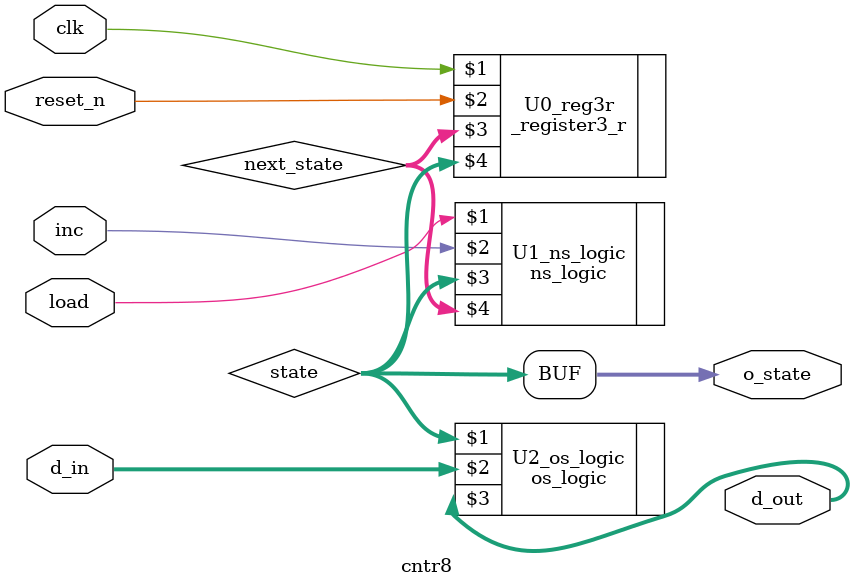
<source format=v>
module cntr8(clk, reset_n, inc, load, d_in, d_out, o_state);
input clk, reset_n, inc, load;
input[7:0] d_in;
output[7:0] d_out;
output[2:0] o_state;

wire[2:0] next_state;
wire[2:0] state;

assign o_state = state;

ns_logic U1_ns_logic(load,inc, state, next_state);
_register3_r U0_reg3r(clk, reset_n, next_state, state);
os_logic U2_os_logic(state, d_in, d_out);

endmodule

</source>
